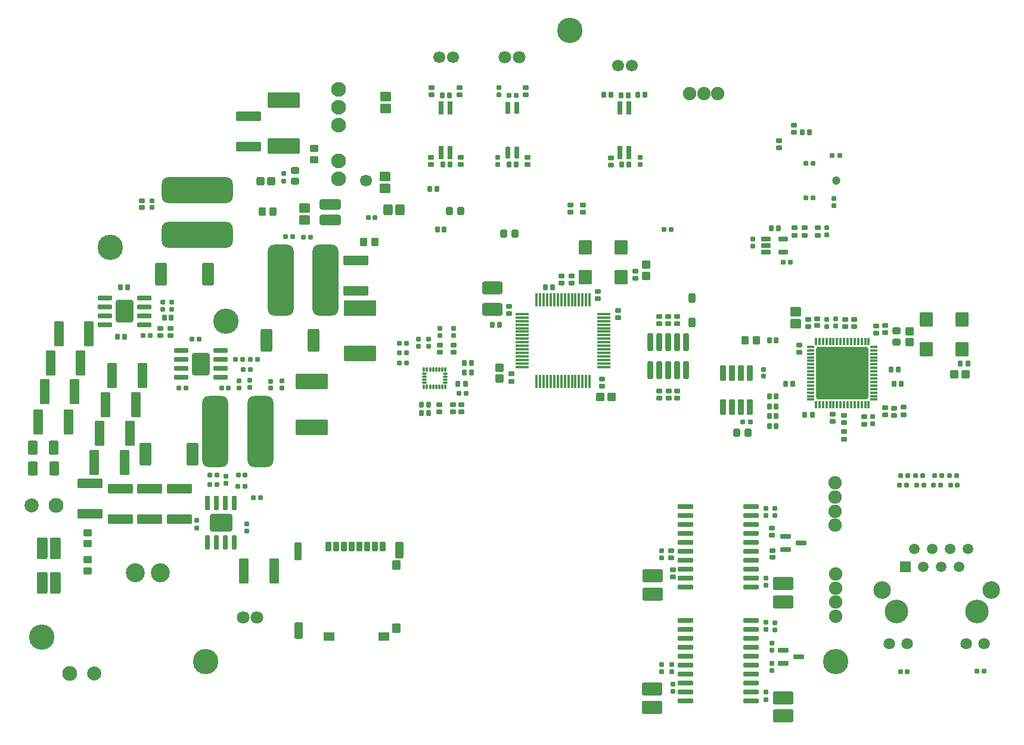
<source format=gts>
G04*
G04 #@! TF.GenerationSoftware,Altium Limited,Altium Designer,22.7.1 (60)*
G04*
G04 Layer_Color=8388736*
%FSLAX43Y43*%
%MOMM*%
G71*
G04*
G04 #@! TF.SameCoordinates,6218B3DD-F4BF-4AD2-B5C1-062D57A95E1A*
G04*
G04*
G04 #@! TF.FilePolarity,Negative*
G04*
G01*
G75*
G04:AMPARAMS|DCode=24|XSize=0.69mm|YSize=0.7mm|CornerRadius=0.124mm|HoleSize=0mm|Usage=FLASHONLY|Rotation=180.000|XOffset=0mm|YOffset=0mm|HoleType=Round|Shape=RoundedRectangle|*
%AMROUNDEDRECTD24*
21,1,0.690,0.453,0,0,180.0*
21,1,0.443,0.700,0,0,180.0*
1,1,0.248,-0.221,0.226*
1,1,0.248,0.221,0.226*
1,1,0.248,0.221,-0.226*
1,1,0.248,-0.221,-0.226*
%
%ADD24ROUNDEDRECTD24*%
G04:AMPARAMS|DCode=25|XSize=0.75mm|YSize=0.8mm|CornerRadius=0.131mm|HoleSize=0mm|Usage=FLASHONLY|Rotation=90.000|XOffset=0mm|YOffset=0mm|HoleType=Round|Shape=RoundedRectangle|*
%AMROUNDEDRECTD25*
21,1,0.750,0.538,0,0,90.0*
21,1,0.488,0.800,0,0,90.0*
1,1,0.263,0.269,0.244*
1,1,0.263,0.269,-0.244*
1,1,0.263,-0.269,-0.244*
1,1,0.263,-0.269,0.244*
%
%ADD25ROUNDEDRECTD25*%
G04:AMPARAMS|DCode=26|XSize=1.9mm|YSize=2.1mm|CornerRadius=0.275mm|HoleSize=0mm|Usage=FLASHONLY|Rotation=180.000|XOffset=0mm|YOffset=0mm|HoleType=Round|Shape=RoundedRectangle|*
%AMROUNDEDRECTD26*
21,1,1.900,1.550,0,0,180.0*
21,1,1.350,2.100,0,0,180.0*
1,1,0.550,-0.675,0.775*
1,1,0.550,0.675,0.775*
1,1,0.550,0.675,-0.775*
1,1,0.550,-0.675,-0.775*
%
%ADD26ROUNDEDRECTD26*%
G04:AMPARAMS|DCode=27|XSize=0.71mm|YSize=0.7mm|CornerRadius=0.125mm|HoleSize=0mm|Usage=FLASHONLY|Rotation=270.000|XOffset=0mm|YOffset=0mm|HoleType=Round|Shape=RoundedRectangle|*
%AMROUNDEDRECTD27*
21,1,0.710,0.450,0,0,270.0*
21,1,0.460,0.700,0,0,270.0*
1,1,0.250,-0.225,-0.230*
1,1,0.250,-0.225,0.230*
1,1,0.250,0.225,0.230*
1,1,0.250,0.225,-0.230*
%
%ADD27ROUNDEDRECTD27*%
G04:AMPARAMS|DCode=28|XSize=1.31mm|YSize=1.56mm|CornerRadius=0.201mm|HoleSize=0mm|Usage=FLASHONLY|Rotation=270.000|XOffset=0mm|YOffset=0mm|HoleType=Round|Shape=RoundedRectangle|*
%AMROUNDEDRECTD28*
21,1,1.310,1.158,0,0,270.0*
21,1,0.907,1.560,0,0,270.0*
1,1,0.403,-0.579,-0.454*
1,1,0.403,-0.579,0.454*
1,1,0.403,0.579,0.454*
1,1,0.403,0.579,-0.454*
%
%ADD28ROUNDEDRECTD28*%
G04:AMPARAMS|DCode=29|XSize=1.04mm|YSize=1.13mm|CornerRadius=0.168mm|HoleSize=0mm|Usage=FLASHONLY|Rotation=0.000|XOffset=0mm|YOffset=0mm|HoleType=Round|Shape=RoundedRectangle|*
%AMROUNDEDRECTD29*
21,1,1.040,0.795,0,0,0.0*
21,1,0.705,1.130,0,0,0.0*
1,1,0.335,0.353,-0.398*
1,1,0.335,-0.353,-0.398*
1,1,0.335,-0.353,0.398*
1,1,0.335,0.353,0.398*
%
%ADD29ROUNDEDRECTD29*%
G04:AMPARAMS|DCode=30|XSize=1.1mm|YSize=1.2mm|CornerRadius=0.175mm|HoleSize=0mm|Usage=FLASHONLY|Rotation=180.000|XOffset=0mm|YOffset=0mm|HoleType=Round|Shape=RoundedRectangle|*
%AMROUNDEDRECTD30*
21,1,1.100,0.850,0,0,180.0*
21,1,0.750,1.200,0,0,180.0*
1,1,0.350,-0.375,0.425*
1,1,0.350,0.375,0.425*
1,1,0.350,0.375,-0.425*
1,1,0.350,-0.375,-0.425*
%
%ADD30ROUNDEDRECTD30*%
G04:AMPARAMS|DCode=31|XSize=1.02mm|YSize=1.18mm|CornerRadius=0.165mm|HoleSize=0mm|Usage=FLASHONLY|Rotation=0.000|XOffset=0mm|YOffset=0mm|HoleType=Round|Shape=RoundedRectangle|*
%AMROUNDEDRECTD31*
21,1,1.020,0.850,0,0,0.0*
21,1,0.690,1.180,0,0,0.0*
1,1,0.330,0.345,-0.425*
1,1,0.330,-0.345,-0.425*
1,1,0.330,-0.345,0.425*
1,1,0.330,0.345,0.425*
%
%ADD31ROUNDEDRECTD31*%
G04:AMPARAMS|DCode=32|XSize=0.69mm|YSize=0.7mm|CornerRadius=0.124mm|HoleSize=0mm|Usage=FLASHONLY|Rotation=270.000|XOffset=0mm|YOffset=0mm|HoleType=Round|Shape=RoundedRectangle|*
%AMROUNDEDRECTD32*
21,1,0.690,0.453,0,0,270.0*
21,1,0.443,0.700,0,0,270.0*
1,1,0.248,-0.226,-0.221*
1,1,0.248,-0.226,0.221*
1,1,0.248,0.226,0.221*
1,1,0.248,0.226,-0.221*
%
%ADD32ROUNDEDRECTD32*%
G04:AMPARAMS|DCode=33|XSize=2.15mm|YSize=0.69mm|CornerRadius=0.124mm|HoleSize=0mm|Usage=FLASHONLY|Rotation=0.000|XOffset=0mm|YOffset=0mm|HoleType=Round|Shape=RoundedRectangle|*
%AMROUNDEDRECTD33*
21,1,2.150,0.443,0,0,0.0*
21,1,1.903,0.690,0,0,0.0*
1,1,0.248,0.951,-0.221*
1,1,0.248,-0.951,-0.221*
1,1,0.248,-0.951,0.221*
1,1,0.248,0.951,0.221*
%
%ADD33ROUNDEDRECTD33*%
G04:AMPARAMS|DCode=34|XSize=1.4mm|YSize=3.57mm|CornerRadius=0.213mm|HoleSize=0mm|Usage=FLASHONLY|Rotation=90.000|XOffset=0mm|YOffset=0mm|HoleType=Round|Shape=RoundedRectangle|*
%AMROUNDEDRECTD34*
21,1,1.400,3.145,0,0,90.0*
21,1,0.975,3.570,0,0,90.0*
1,1,0.425,1.573,0.488*
1,1,0.425,1.573,-0.488*
1,1,0.425,-1.573,-0.488*
1,1,0.425,-1.573,0.488*
%
%ADD34ROUNDEDRECTD34*%
G04:AMPARAMS|DCode=35|XSize=2.25mm|YSize=4.63mm|CornerRadius=0.319mm|HoleSize=0mm|Usage=FLASHONLY|Rotation=90.000|XOffset=0mm|YOffset=0mm|HoleType=Round|Shape=RoundedRectangle|*
%AMROUNDEDRECTD35*
21,1,2.250,3.993,0,0,90.0*
21,1,1.613,4.630,0,0,90.0*
1,1,0.638,1.996,0.806*
1,1,0.638,1.996,-0.806*
1,1,0.638,-1.996,-0.806*
1,1,0.638,-1.996,0.806*
%
%ADD35ROUNDEDRECTD35*%
G04:AMPARAMS|DCode=36|XSize=10.1mm|YSize=3.7mm|CornerRadius=0.95mm|HoleSize=0mm|Usage=FLASHONLY|Rotation=90.000|XOffset=0mm|YOffset=0mm|HoleType=Round|Shape=RoundedRectangle|*
%AMROUNDEDRECTD36*
21,1,10.100,1.800,0,0,90.0*
21,1,8.200,3.700,0,0,90.0*
1,1,1.900,0.900,4.100*
1,1,1.900,0.900,-4.100*
1,1,1.900,-0.900,-4.100*
1,1,1.900,-0.900,4.100*
%
%ADD36ROUNDEDRECTD36*%
G04:AMPARAMS|DCode=37|XSize=0.78mm|YSize=2.27mm|CornerRadius=0.135mm|HoleSize=0mm|Usage=FLASHONLY|Rotation=0.000|XOffset=0mm|YOffset=0mm|HoleType=Round|Shape=RoundedRectangle|*
%AMROUNDEDRECTD37*
21,1,0.780,2.000,0,0,0.0*
21,1,0.510,2.270,0,0,0.0*
1,1,0.270,0.255,-1.000*
1,1,0.270,-0.255,-1.000*
1,1,0.270,-0.255,1.000*
1,1,0.270,0.255,1.000*
%
%ADD37ROUNDEDRECTD37*%
G04:AMPARAMS|DCode=38|XSize=0.75mm|YSize=0.8mm|CornerRadius=0.131mm|HoleSize=0mm|Usage=FLASHONLY|Rotation=0.000|XOffset=0mm|YOffset=0mm|HoleType=Round|Shape=RoundedRectangle|*
%AMROUNDEDRECTD38*
21,1,0.750,0.538,0,0,0.0*
21,1,0.488,0.800,0,0,0.0*
1,1,0.263,0.244,-0.269*
1,1,0.263,-0.244,-0.269*
1,1,0.263,-0.244,0.269*
1,1,0.263,0.244,0.269*
%
%ADD38ROUNDEDRECTD38*%
G04:AMPARAMS|DCode=39|XSize=1.2mm|YSize=1.2mm|CornerRadius=0.188mm|HoleSize=0mm|Usage=FLASHONLY|Rotation=0.000|XOffset=0mm|YOffset=0mm|HoleType=Round|Shape=RoundedRectangle|*
%AMROUNDEDRECTD39*
21,1,1.200,0.825,0,0,0.0*
21,1,0.825,1.200,0,0,0.0*
1,1,0.375,0.413,-0.413*
1,1,0.375,-0.413,-0.413*
1,1,0.375,-0.413,0.413*
1,1,0.375,0.413,0.413*
%
%ADD39ROUNDEDRECTD39*%
G04:AMPARAMS|DCode=40|XSize=1.05mm|YSize=0.4mm|CornerRadius=0.088mm|HoleSize=0mm|Usage=FLASHONLY|Rotation=180.000|XOffset=0mm|YOffset=0mm|HoleType=Round|Shape=RoundedRectangle|*
%AMROUNDEDRECTD40*
21,1,1.050,0.225,0,0,180.0*
21,1,0.875,0.400,0,0,180.0*
1,1,0.175,-0.438,0.113*
1,1,0.175,0.438,0.113*
1,1,0.175,0.438,-0.113*
1,1,0.175,-0.438,-0.113*
%
%ADD40ROUNDEDRECTD40*%
G04:AMPARAMS|DCode=41|XSize=7.4mm|YSize=7.4mm|CornerRadius=0.233mm|HoleSize=0mm|Usage=FLASHONLY|Rotation=270.000|XOffset=0mm|YOffset=0mm|HoleType=Round|Shape=RoundedRectangle|*
%AMROUNDEDRECTD41*
21,1,7.400,6.935,0,0,270.0*
21,1,6.935,7.400,0,0,270.0*
1,1,0.465,-3.468,-3.468*
1,1,0.465,-3.468,3.468*
1,1,0.465,3.468,3.468*
1,1,0.465,3.468,-3.468*
%
%ADD41ROUNDEDRECTD41*%
G04:AMPARAMS|DCode=42|XSize=1.05mm|YSize=0.4mm|CornerRadius=0.088mm|HoleSize=0mm|Usage=FLASHONLY|Rotation=90.000|XOffset=0mm|YOffset=0mm|HoleType=Round|Shape=RoundedRectangle|*
%AMROUNDEDRECTD42*
21,1,1.050,0.225,0,0,90.0*
21,1,0.875,0.400,0,0,90.0*
1,1,0.175,0.113,0.438*
1,1,0.175,0.113,-0.438*
1,1,0.175,-0.113,-0.438*
1,1,0.175,-0.113,0.438*
%
%ADD42ROUNDEDRECTD42*%
G04:AMPARAMS|DCode=43|XSize=0.71mm|YSize=0.7mm|CornerRadius=0.125mm|HoleSize=0mm|Usage=FLASHONLY|Rotation=0.000|XOffset=0mm|YOffset=0mm|HoleType=Round|Shape=RoundedRectangle|*
%AMROUNDEDRECTD43*
21,1,0.710,0.450,0,0,0.0*
21,1,0.460,0.700,0,0,0.0*
1,1,0.250,0.230,-0.225*
1,1,0.250,-0.230,-0.225*
1,1,0.250,-0.230,0.225*
1,1,0.250,0.230,0.225*
%
%ADD43ROUNDEDRECTD43*%
G04:AMPARAMS|DCode=44|XSize=1.31mm|YSize=1.56mm|CornerRadius=0.201mm|HoleSize=0mm|Usage=FLASHONLY|Rotation=180.000|XOffset=0mm|YOffset=0mm|HoleType=Round|Shape=RoundedRectangle|*
%AMROUNDEDRECTD44*
21,1,1.310,1.158,0,0,180.0*
21,1,0.907,1.560,0,0,180.0*
1,1,0.403,-0.454,0.579*
1,1,0.403,0.454,0.579*
1,1,0.403,0.454,-0.579*
1,1,0.403,-0.454,-0.579*
%
%ADD44ROUNDEDRECTD44*%
G04:AMPARAMS|DCode=45|XSize=0.71mm|YSize=2.01mm|CornerRadius=0.126mm|HoleSize=0mm|Usage=FLASHONLY|Rotation=270.000|XOffset=0mm|YOffset=0mm|HoleType=Round|Shape=RoundedRectangle|*
%AMROUNDEDRECTD45*
21,1,0.710,1.758,0,0,270.0*
21,1,0.458,2.010,0,0,270.0*
1,1,0.253,-0.879,-0.229*
1,1,0.253,-0.879,0.229*
1,1,0.253,0.879,0.229*
1,1,0.253,0.879,-0.229*
%
%ADD45ROUNDEDRECTD45*%
G04:AMPARAMS|DCode=46|XSize=3.2mm|YSize=2.51mm|CornerRadius=0.351mm|HoleSize=0mm|Usage=FLASHONLY|Rotation=270.000|XOffset=0mm|YOffset=0mm|HoleType=Round|Shape=RoundedRectangle|*
%AMROUNDEDRECTD46*
21,1,3.200,1.808,0,0,270.0*
21,1,2.498,2.510,0,0,270.0*
1,1,0.703,-0.904,-1.249*
1,1,0.703,-0.904,1.249*
1,1,0.703,0.904,1.249*
1,1,0.703,0.904,-1.249*
%
%ADD46ROUNDEDRECTD46*%
G04:AMPARAMS|DCode=47|XSize=1.86mm|YSize=2.92mm|CornerRadius=0.27mm|HoleSize=0mm|Usage=FLASHONLY|Rotation=90.000|XOffset=0mm|YOffset=0mm|HoleType=Round|Shape=RoundedRectangle|*
%AMROUNDEDRECTD47*
21,1,1.860,2.380,0,0,90.0*
21,1,1.320,2.920,0,0,90.0*
1,1,0.540,1.190,0.660*
1,1,0.540,1.190,-0.660*
1,1,0.540,-1.190,-0.660*
1,1,0.540,-1.190,0.660*
%
%ADD47ROUNDEDRECTD47*%
G04:AMPARAMS|DCode=48|XSize=0.75mm|YSize=1.9mm|CornerRadius=0.131mm|HoleSize=0mm|Usage=FLASHONLY|Rotation=0.000|XOffset=0mm|YOffset=0mm|HoleType=Round|Shape=RoundedRectangle|*
%AMROUNDEDRECTD48*
21,1,0.750,1.638,0,0,0.0*
21,1,0.488,1.900,0,0,0.0*
1,1,0.263,0.244,-0.819*
1,1,0.263,-0.244,-0.819*
1,1,0.263,-0.244,0.819*
1,1,0.263,0.244,0.819*
%
%ADD48ROUNDEDRECTD48*%
G04:AMPARAMS|DCode=49|XSize=0.8mm|YSize=2.6mm|CornerRadius=0.225mm|HoleSize=0mm|Usage=FLASHONLY|Rotation=180.000|XOffset=0mm|YOffset=0mm|HoleType=Round|Shape=RoundedRectangle|*
%AMROUNDEDRECTD49*
21,1,0.800,2.150,0,0,180.0*
21,1,0.350,2.600,0,0,180.0*
1,1,0.450,-0.175,1.075*
1,1,0.450,0.175,1.075*
1,1,0.450,0.175,-1.075*
1,1,0.450,-0.175,-1.075*
%
%ADD49ROUNDEDRECTD49*%
G04:AMPARAMS|DCode=50|XSize=1.2mm|YSize=1.2mm|CornerRadius=0.188mm|HoleSize=0mm|Usage=FLASHONLY|Rotation=270.000|XOffset=0mm|YOffset=0mm|HoleType=Round|Shape=RoundedRectangle|*
%AMROUNDEDRECTD50*
21,1,1.200,0.825,0,0,270.0*
21,1,0.825,1.200,0,0,270.0*
1,1,0.375,-0.413,-0.413*
1,1,0.375,-0.413,0.413*
1,1,0.375,0.413,0.413*
1,1,0.375,0.413,-0.413*
%
%ADD50ROUNDEDRECTD50*%
G04:AMPARAMS|DCode=51|XSize=1.8mm|YSize=2.9mm|CornerRadius=0.263mm|HoleSize=0mm|Usage=FLASHONLY|Rotation=270.000|XOffset=0mm|YOffset=0mm|HoleType=Round|Shape=RoundedRectangle|*
%AMROUNDEDRECTD51*
21,1,1.800,2.375,0,0,270.0*
21,1,1.275,2.900,0,0,270.0*
1,1,0.525,-1.188,-0.638*
1,1,0.525,-1.188,0.638*
1,1,0.525,1.188,0.638*
1,1,0.525,1.188,-0.638*
%
%ADD51ROUNDEDRECTD51*%
G04:AMPARAMS|DCode=52|XSize=0.75mm|YSize=1.45mm|CornerRadius=0.131mm|HoleSize=0mm|Usage=FLASHONLY|Rotation=90.000|XOffset=0mm|YOffset=0mm|HoleType=Round|Shape=RoundedRectangle|*
%AMROUNDEDRECTD52*
21,1,0.750,1.188,0,0,90.0*
21,1,0.488,1.450,0,0,90.0*
1,1,0.263,0.594,0.244*
1,1,0.263,0.594,-0.244*
1,1,0.263,-0.594,-0.244*
1,1,0.263,-0.594,0.244*
%
%ADD52ROUNDEDRECTD52*%
G04:AMPARAMS|DCode=53|XSize=1mm|YSize=1.4mm|CornerRadius=0.275mm|HoleSize=0mm|Usage=FLASHONLY|Rotation=180.000|XOffset=0mm|YOffset=0mm|HoleType=Round|Shape=RoundedRectangle|*
%AMROUNDEDRECTD53*
21,1,1.000,0.850,0,0,180.0*
21,1,0.450,1.400,0,0,180.0*
1,1,0.550,-0.225,0.425*
1,1,0.550,0.225,0.425*
1,1,0.550,0.225,-0.425*
1,1,0.550,-0.225,-0.425*
%
%ADD53ROUNDEDRECTD53*%
G04:AMPARAMS|DCode=54|XSize=10.1mm|YSize=3.7mm|CornerRadius=0.95mm|HoleSize=0mm|Usage=FLASHONLY|Rotation=180.000|XOffset=0mm|YOffset=0mm|HoleType=Round|Shape=RoundedRectangle|*
%AMROUNDEDRECTD54*
21,1,10.100,1.800,0,0,180.0*
21,1,8.200,3.700,0,0,180.0*
1,1,1.900,-4.100,0.900*
1,1,1.900,4.100,0.900*
1,1,1.900,4.100,-0.900*
1,1,1.900,-4.100,-0.900*
%
%ADD54ROUNDEDRECTD54*%
G04:AMPARAMS|DCode=55|XSize=1.5mm|YSize=3.1mm|CornerRadius=0.225mm|HoleSize=0mm|Usage=FLASHONLY|Rotation=180.000|XOffset=0mm|YOffset=0mm|HoleType=Round|Shape=RoundedRectangle|*
%AMROUNDEDRECTD55*
21,1,1.500,2.650,0,0,180.0*
21,1,1.050,3.100,0,0,180.0*
1,1,0.450,-0.525,1.325*
1,1,0.450,0.525,1.325*
1,1,0.450,0.525,-1.325*
1,1,0.450,-0.525,-1.325*
%
%ADD55ROUNDEDRECTD55*%
G04:AMPARAMS|DCode=56|XSize=3.24mm|YSize=1.64mm|CornerRadius=0.242mm|HoleSize=0mm|Usage=FLASHONLY|Rotation=90.000|XOffset=0mm|YOffset=0mm|HoleType=Round|Shape=RoundedRectangle|*
%AMROUNDEDRECTD56*
21,1,3.240,1.155,0,0,90.0*
21,1,2.755,1.640,0,0,90.0*
1,1,0.485,0.578,1.378*
1,1,0.485,0.578,-1.378*
1,1,0.485,-0.578,-1.378*
1,1,0.485,-0.578,1.378*
%
%ADD56ROUNDEDRECTD56*%
G04:AMPARAMS|DCode=57|XSize=1.02mm|YSize=1.18mm|CornerRadius=0.165mm|HoleSize=0mm|Usage=FLASHONLY|Rotation=90.000|XOffset=0mm|YOffset=0mm|HoleType=Round|Shape=RoundedRectangle|*
%AMROUNDEDRECTD57*
21,1,1.020,0.850,0,0,90.0*
21,1,0.690,1.180,0,0,90.0*
1,1,0.330,0.425,0.345*
1,1,0.330,0.425,-0.345*
1,1,0.330,-0.425,-0.345*
1,1,0.330,-0.425,0.345*
%
%ADD57ROUNDEDRECTD57*%
G04:AMPARAMS|DCode=58|XSize=1.15mm|YSize=1.17mm|CornerRadius=0.181mm|HoleSize=0mm|Usage=FLASHONLY|Rotation=0.000|XOffset=0mm|YOffset=0mm|HoleType=Round|Shape=RoundedRectangle|*
%AMROUNDEDRECTD58*
21,1,1.150,0.807,0,0,0.0*
21,1,0.788,1.170,0,0,0.0*
1,1,0.363,0.394,-0.404*
1,1,0.363,-0.394,-0.404*
1,1,0.363,-0.394,0.404*
1,1,0.363,0.394,0.404*
%
%ADD58ROUNDEDRECTD58*%
G04:AMPARAMS|DCode=59|XSize=0.4mm|YSize=1.9mm|CornerRadius=0.088mm|HoleSize=0mm|Usage=FLASHONLY|Rotation=0.000|XOffset=0mm|YOffset=0mm|HoleType=Round|Shape=RoundedRectangle|*
%AMROUNDEDRECTD59*
21,1,0.400,1.725,0,0,0.0*
21,1,0.225,1.900,0,0,0.0*
1,1,0.175,0.113,-0.863*
1,1,0.175,-0.113,-0.863*
1,1,0.175,-0.113,0.863*
1,1,0.175,0.113,0.863*
%
%ADD59ROUNDEDRECTD59*%
G04:AMPARAMS|DCode=60|XSize=0.4mm|YSize=1.9mm|CornerRadius=0.088mm|HoleSize=0mm|Usage=FLASHONLY|Rotation=270.000|XOffset=0mm|YOffset=0mm|HoleType=Round|Shape=RoundedRectangle|*
%AMROUNDEDRECTD60*
21,1,0.400,1.725,0,0,270.0*
21,1,0.225,1.900,0,0,270.0*
1,1,0.175,-0.863,-0.113*
1,1,0.175,-0.863,0.113*
1,1,0.175,0.863,0.113*
1,1,0.175,0.863,-0.113*
%
%ADD60ROUNDEDRECTD60*%
G04:AMPARAMS|DCode=61|XSize=3.1mm|YSize=1.5mm|CornerRadius=0.4mm|HoleSize=0mm|Usage=FLASHONLY|Rotation=0.000|XOffset=0mm|YOffset=0mm|HoleType=Round|Shape=RoundedRectangle|*
%AMROUNDEDRECTD61*
21,1,3.100,0.700,0,0,0.0*
21,1,2.300,1.500,0,0,0.0*
1,1,0.800,1.150,-0.350*
1,1,0.800,-1.150,-0.350*
1,1,0.800,-1.150,0.350*
1,1,0.800,1.150,0.350*
%
%ADD61ROUNDEDRECTD61*%
G04:AMPARAMS|DCode=62|XSize=0.63mm|YSize=0.38mm|CornerRadius=0.085mm|HoleSize=0mm|Usage=FLASHONLY|Rotation=270.000|XOffset=0mm|YOffset=0mm|HoleType=Round|Shape=RoundedRectangle|*
%AMROUNDEDRECTD62*
21,1,0.630,0.210,0,0,270.0*
21,1,0.460,0.380,0,0,270.0*
1,1,0.170,-0.105,-0.230*
1,1,0.170,-0.105,0.230*
1,1,0.170,0.105,0.230*
1,1,0.170,0.105,-0.230*
%
%ADD62ROUNDEDRECTD62*%
G04:AMPARAMS|DCode=63|XSize=0.63mm|YSize=0.38mm|CornerRadius=0.085mm|HoleSize=0mm|Usage=FLASHONLY|Rotation=0.000|XOffset=0mm|YOffset=0mm|HoleType=Round|Shape=RoundedRectangle|*
%AMROUNDEDRECTD63*
21,1,0.630,0.210,0,0,0.0*
21,1,0.460,0.380,0,0,0.0*
1,1,0.170,0.230,-0.105*
1,1,0.170,-0.230,-0.105*
1,1,0.170,-0.230,0.105*
1,1,0.170,0.230,0.105*
%
%ADD63ROUNDEDRECTD63*%
G04:AMPARAMS|DCode=64|XSize=1.38mm|YSize=1.97mm|CornerRadius=0.21mm|HoleSize=0mm|Usage=FLASHONLY|Rotation=0.000|XOffset=0mm|YOffset=0mm|HoleType=Round|Shape=RoundedRectangle|*
%AMROUNDEDRECTD64*
21,1,1.380,1.550,0,0,0.0*
21,1,0.960,1.970,0,0,0.0*
1,1,0.420,0.480,-0.775*
1,1,0.420,-0.480,-0.775*
1,1,0.420,-0.480,0.775*
1,1,0.420,0.480,0.775*
%
%ADD64ROUNDEDRECTD64*%
G04:AMPARAMS|DCode=65|XSize=1.1mm|YSize=1.2mm|CornerRadius=0.175mm|HoleSize=0mm|Usage=FLASHONLY|Rotation=90.000|XOffset=0mm|YOffset=0mm|HoleType=Round|Shape=RoundedRectangle|*
%AMROUNDEDRECTD65*
21,1,1.100,0.850,0,0,90.0*
21,1,0.750,1.200,0,0,90.0*
1,1,0.350,0.425,0.375*
1,1,0.350,0.425,-0.375*
1,1,0.350,-0.425,-0.375*
1,1,0.350,-0.425,0.375*
%
%ADD65ROUNDEDRECTD65*%
G04:AMPARAMS|DCode=66|XSize=1.4mm|YSize=3.57mm|CornerRadius=0.213mm|HoleSize=0mm|Usage=FLASHONLY|Rotation=0.000|XOffset=0mm|YOffset=0mm|HoleType=Round|Shape=RoundedRectangle|*
%AMROUNDEDRECTD66*
21,1,1.400,3.145,0,0,0.0*
21,1,0.975,3.570,0,0,0.0*
1,1,0.425,0.488,-1.573*
1,1,0.425,-0.488,-1.573*
1,1,0.425,-0.488,1.573*
1,1,0.425,0.488,1.573*
%
%ADD66ROUNDEDRECTD66*%
G04:AMPARAMS|DCode=67|XSize=0.71mm|YSize=2.01mm|CornerRadius=0.126mm|HoleSize=0mm|Usage=FLASHONLY|Rotation=0.000|XOffset=0mm|YOffset=0mm|HoleType=Round|Shape=RoundedRectangle|*
%AMROUNDEDRECTD67*
21,1,0.710,1.758,0,0,0.0*
21,1,0.458,2.010,0,0,0.0*
1,1,0.253,0.229,-0.879*
1,1,0.253,-0.229,-0.879*
1,1,0.253,-0.229,0.879*
1,1,0.253,0.229,0.879*
%
%ADD67ROUNDEDRECTD67*%
G04:AMPARAMS|DCode=68|XSize=3.2mm|YSize=2.51mm|CornerRadius=0.351mm|HoleSize=0mm|Usage=FLASHONLY|Rotation=0.000|XOffset=0mm|YOffset=0mm|HoleType=Round|Shape=RoundedRectangle|*
%AMROUNDEDRECTD68*
21,1,3.200,1.808,0,0,0.0*
21,1,2.498,2.510,0,0,0.0*
1,1,0.703,1.249,-0.904*
1,1,0.703,-1.249,-0.904*
1,1,0.703,-1.249,0.904*
1,1,0.703,1.249,0.904*
%
%ADD68ROUNDEDRECTD68*%
G04:AMPARAMS|DCode=69|XSize=1.04mm|YSize=1.13mm|CornerRadius=0.168mm|HoleSize=0mm|Usage=FLASHONLY|Rotation=270.000|XOffset=0mm|YOffset=0mm|HoleType=Round|Shape=RoundedRectangle|*
%AMROUNDEDRECTD69*
21,1,1.040,0.795,0,0,270.0*
21,1,0.705,1.130,0,0,270.0*
1,1,0.335,-0.398,-0.353*
1,1,0.335,-0.398,0.353*
1,1,0.335,0.398,0.353*
1,1,0.335,0.398,-0.353*
%
%ADD69ROUNDEDRECTD69*%
G04:AMPARAMS|DCode=70|XSize=0.71mm|YSize=1.62mm|CornerRadius=0.126mm|HoleSize=0mm|Usage=FLASHONLY|Rotation=0.000|XOffset=0mm|YOffset=0mm|HoleType=Round|Shape=RoundedRectangle|*
%AMROUNDEDRECTD70*
21,1,0.710,1.368,0,0,0.0*
21,1,0.458,1.620,0,0,0.0*
1,1,0.253,0.229,-0.684*
1,1,0.253,-0.229,-0.684*
1,1,0.253,-0.229,0.684*
1,1,0.253,0.229,0.684*
%
%ADD70ROUNDEDRECTD70*%
G04:AMPARAMS|DCode=71|XSize=0.71mm|YSize=1.36mm|CornerRadius=0.126mm|HoleSize=0mm|Usage=FLASHONLY|Rotation=90.000|XOffset=0mm|YOffset=0mm|HoleType=Round|Shape=RoundedRectangle|*
%AMROUNDEDRECTD71*
21,1,0.710,1.108,0,0,90.0*
21,1,0.458,1.360,0,0,90.0*
1,1,0.253,0.554,0.229*
1,1,0.253,0.554,-0.229*
1,1,0.253,-0.554,-0.229*
1,1,0.253,-0.554,0.229*
%
%ADD71ROUNDEDRECTD71*%
G04:AMPARAMS|DCode=72|XSize=1.15mm|YSize=1.17mm|CornerRadius=0.181mm|HoleSize=0mm|Usage=FLASHONLY|Rotation=90.000|XOffset=0mm|YOffset=0mm|HoleType=Round|Shape=RoundedRectangle|*
%AMROUNDEDRECTD72*
21,1,1.150,0.807,0,0,90.0*
21,1,0.788,1.170,0,0,90.0*
1,1,0.363,0.404,0.394*
1,1,0.363,0.404,-0.394*
1,1,0.363,-0.404,-0.394*
1,1,0.363,-0.404,0.394*
%
%ADD72ROUNDEDRECTD72*%
G04:AMPARAMS|DCode=73|XSize=0.9mm|YSize=1.34mm|CornerRadius=0.15mm|HoleSize=0mm|Usage=FLASHONLY|Rotation=0.000|XOffset=0mm|YOffset=0mm|HoleType=Round|Shape=RoundedRectangle|*
%AMROUNDEDRECTD73*
21,1,0.900,1.040,0,0,0.0*
21,1,0.600,1.340,0,0,0.0*
1,1,0.300,0.300,-0.520*
1,1,0.300,-0.300,-0.520*
1,1,0.300,-0.300,0.520*
1,1,0.300,0.300,0.520*
%
%ADD73ROUNDEDRECTD73*%
G04:AMPARAMS|DCode=74|XSize=1.05mm|YSize=2.6mm|CornerRadius=0.169mm|HoleSize=0mm|Usage=FLASHONLY|Rotation=0.000|XOffset=0mm|YOffset=0mm|HoleType=Round|Shape=RoundedRectangle|*
%AMROUNDEDRECTD74*
21,1,1.050,2.263,0,0,0.0*
21,1,0.713,2.600,0,0,0.0*
1,1,0.338,0.356,-1.131*
1,1,0.338,-0.356,-1.131*
1,1,0.338,-0.356,1.131*
1,1,0.338,0.356,1.131*
%
%ADD74ROUNDEDRECTD74*%
G04:AMPARAMS|DCode=75|XSize=1.25mm|YSize=2.3mm|CornerRadius=0.194mm|HoleSize=0mm|Usage=FLASHONLY|Rotation=0.000|XOffset=0mm|YOffset=0mm|HoleType=Round|Shape=RoundedRectangle|*
%AMROUNDEDRECTD75*
21,1,1.250,1.913,0,0,0.0*
21,1,0.863,2.300,0,0,0.0*
1,1,0.388,0.431,-0.956*
1,1,0.388,-0.431,-0.956*
1,1,0.388,-0.431,0.956*
1,1,0.388,0.431,0.956*
%
%ADD75ROUNDEDRECTD75*%
G04:AMPARAMS|DCode=76|XSize=1.26mm|YSize=1.35mm|CornerRadius=0.195mm|HoleSize=0mm|Usage=FLASHONLY|Rotation=0.000|XOffset=0mm|YOffset=0mm|HoleType=Round|Shape=RoundedRectangle|*
%AMROUNDEDRECTD76*
21,1,1.260,0.960,0,0,0.0*
21,1,0.870,1.350,0,0,0.0*
1,1,0.390,0.435,-0.480*
1,1,0.390,-0.435,-0.480*
1,1,0.390,-0.435,0.480*
1,1,0.390,0.435,0.480*
%
%ADD76ROUNDEDRECTD76*%
G04:AMPARAMS|DCode=77|XSize=1.26mm|YSize=1.3mm|CornerRadius=0.195mm|HoleSize=0mm|Usage=FLASHONLY|Rotation=0.000|XOffset=0mm|YOffset=0mm|HoleType=Round|Shape=RoundedRectangle|*
%AMROUNDEDRECTD77*
21,1,1.260,0.910,0,0,0.0*
21,1,0.870,1.300,0,0,0.0*
1,1,0.390,0.435,-0.455*
1,1,0.390,-0.435,-0.455*
1,1,0.390,-0.435,0.455*
1,1,0.390,0.435,0.455*
%
%ADD77ROUNDEDRECTD77*%
G04:AMPARAMS|DCode=78|XSize=1.6mm|YSize=1.25mm|CornerRadius=0.194mm|HoleSize=0mm|Usage=FLASHONLY|Rotation=0.000|XOffset=0mm|YOffset=0mm|HoleType=Round|Shape=RoundedRectangle|*
%AMROUNDEDRECTD78*
21,1,1.600,0.863,0,0,0.0*
21,1,1.212,1.250,0,0,0.0*
1,1,0.388,0.606,-0.431*
1,1,0.388,-0.606,-0.431*
1,1,0.388,-0.606,0.431*
1,1,0.388,0.606,0.431*
%
%ADD78ROUNDEDRECTD78*%
%ADD79C,1.700*%
%ADD80C,1.200*%
%ADD81C,2.100*%
%ADD82C,2.700*%
%ADD83C,0.100*%
%ADD84C,3.600*%
%ADD85C,1.800*%
%ADD86C,1.900*%
%ADD87C,2.000*%
%ADD88C,2.103*%
%ADD89C,3.350*%
%ADD90R,1.498X1.498*%
%ADD91C,2.500*%
%ADD92C,1.498*%
%ADD93C,1.630*%
D24*
X127175Y36520D02*
D03*
X128200D02*
D03*
X126100Y36520D02*
D03*
X125075D02*
D03*
X121290D02*
D03*
X120265D02*
D03*
X122380Y36520D02*
D03*
X123405D02*
D03*
X98895Y44149D02*
D03*
X97870D02*
D03*
X28918Y53030D02*
D03*
X27893D02*
D03*
X25793Y53029D02*
D03*
X26818D02*
D03*
X20650Y55920D02*
D03*
X19625D02*
D03*
X22113Y35258D02*
D03*
X23138D02*
D03*
X22113Y36558D02*
D03*
X23138D02*
D03*
X64600Y90555D02*
D03*
X65625D02*
D03*
X106818Y75943D02*
D03*
X107843D02*
D03*
X106834Y80837D02*
D03*
X107859Y80837D02*
D03*
X103617Y66800D02*
D03*
X104642D02*
D03*
X111593Y81974D02*
D03*
X110568D02*
D03*
D25*
X118074Y46203D02*
D03*
Y45178D02*
D03*
X119363Y45051D02*
D03*
Y46051D02*
D03*
X115060Y43828D02*
D03*
Y44853D02*
D03*
X112389Y58690D02*
D03*
Y57665D02*
D03*
X108438Y57822D02*
D03*
X108438Y58822D02*
D03*
X113630Y57675D02*
D03*
Y58700D02*
D03*
X105905Y55075D02*
D03*
Y54050D02*
D03*
X118075Y57875D02*
D03*
Y56875D02*
D03*
X120654Y46211D02*
D03*
Y45186D02*
D03*
X112234Y44061D02*
D03*
Y45061D02*
D03*
X110621Y45211D02*
D03*
Y44186D02*
D03*
X112260Y42740D02*
D03*
Y41715D02*
D03*
X107105Y58700D02*
D03*
Y57675D02*
D03*
X12525Y74575D02*
D03*
Y75575D02*
D03*
X16588Y57413D02*
D03*
X88541Y58088D02*
D03*
Y59088D02*
D03*
X88541Y47533D02*
D03*
X88541Y48533D02*
D03*
X87271Y58088D02*
D03*
Y59088D02*
D03*
X87291Y47533D02*
D03*
Y48533D02*
D03*
X85971Y58088D02*
D03*
Y59088D02*
D03*
X85991Y47533D02*
D03*
Y48533D02*
D03*
X82626Y64559D02*
D03*
Y65584D02*
D03*
X73325Y73950D02*
D03*
X73325Y74950D02*
D03*
X75125Y74950D02*
D03*
Y73950D02*
D03*
X16588Y56413D02*
D03*
X67300Y80750D02*
D03*
Y81750D02*
D03*
X57815D02*
D03*
Y80750D02*
D03*
X57640Y90650D02*
D03*
Y91650D02*
D03*
X53640Y90650D02*
D03*
Y91650D02*
D03*
X102025Y24872D02*
D03*
Y25872D02*
D03*
X87697Y24833D02*
D03*
Y25858D02*
D03*
X101991Y29035D02*
D03*
Y28035D02*
D03*
X87886Y23120D02*
D03*
Y22095D02*
D03*
X15113Y57413D02*
D03*
Y56413D02*
D03*
X103000Y84100D02*
D03*
Y83075D02*
D03*
X105080Y85275D02*
D03*
Y86300D02*
D03*
X53570Y80700D02*
D03*
Y81725D02*
D03*
X56730Y54049D02*
D03*
X56730Y55049D02*
D03*
X79155Y80600D02*
D03*
Y81625D02*
D03*
X54740Y46599D02*
D03*
Y45574D02*
D03*
X56665Y45549D02*
D03*
Y46574D02*
D03*
X57850Y46574D02*
D03*
Y45549D02*
D03*
X54795Y54049D02*
D03*
X54795Y55049D02*
D03*
X67025Y90650D02*
D03*
X67025Y91650D02*
D03*
X64655Y59525D02*
D03*
Y60550D02*
D03*
X64995Y49925D02*
D03*
Y50950D02*
D03*
X77836Y49171D02*
D03*
Y50196D02*
D03*
X80120Y60000D02*
D03*
Y58975D02*
D03*
X77216Y61663D02*
D03*
Y62688D02*
D03*
X73505Y63875D02*
D03*
Y64900D02*
D03*
X72101Y63871D02*
D03*
Y64871D02*
D03*
X116755Y56725D02*
D03*
Y57750D02*
D03*
X106620Y70675D02*
D03*
Y71700D02*
D03*
X108520Y70675D02*
D03*
Y71700D02*
D03*
X105193Y71700D02*
D03*
Y70675D02*
D03*
D26*
X129005Y54500D02*
D03*
Y58700D02*
D03*
X123925Y58700D02*
D03*
X123925Y54500D02*
D03*
X75516Y64725D02*
D03*
Y68925D02*
D03*
X80596Y68925D02*
D03*
X80596Y64725D02*
D03*
D27*
X111059Y58790D02*
D03*
Y57790D02*
D03*
X100800Y50618D02*
D03*
Y51618D02*
D03*
X53220Y54924D02*
D03*
X53220Y55924D02*
D03*
X51770Y54924D02*
D03*
X51770Y55924D02*
D03*
X54783Y57399D02*
D03*
Y56399D02*
D03*
X56730Y57399D02*
D03*
Y56399D02*
D03*
X83300Y80750D02*
D03*
Y81750D02*
D03*
X26318Y49000D02*
D03*
Y50000D02*
D03*
X27818Y50050D02*
D03*
Y49050D02*
D03*
X13925Y74575D02*
D03*
Y75575D02*
D03*
X27362Y29650D02*
D03*
Y28650D02*
D03*
X24456Y36403D02*
D03*
Y35403D02*
D03*
X30805Y48925D02*
D03*
Y49925D02*
D03*
X32351Y48950D02*
D03*
X32351Y49950D02*
D03*
X63225Y91625D02*
D03*
Y90625D02*
D03*
X101988Y8845D02*
D03*
Y9845D02*
D03*
X102013Y11745D02*
D03*
Y12745D02*
D03*
D28*
X105373Y58100D02*
D03*
Y59790D02*
D03*
X35605Y72838D02*
D03*
Y74528D02*
D03*
X47144Y90370D02*
D03*
Y88680D02*
D03*
X46999Y78990D02*
D03*
Y77300D02*
D03*
D29*
X98600Y42615D02*
D03*
X97000Y42615D02*
D03*
X56143Y74100D02*
D03*
X57743Y74100D02*
D03*
X63850Y70921D02*
D03*
X65450Y70921D02*
D03*
D30*
X99780Y55700D02*
D03*
X98180Y55700D02*
D03*
D31*
X45584Y69730D02*
D03*
X43984Y69730D02*
D03*
X31150Y74046D02*
D03*
X29550D02*
D03*
D32*
X102364Y30802D02*
D03*
Y31827D02*
D03*
X101125Y5737D02*
D03*
Y4712D02*
D03*
X102364Y14602D02*
D03*
Y15627D02*
D03*
X101125Y15652D02*
D03*
Y14627D02*
D03*
X109743Y58672D02*
D03*
Y57647D02*
D03*
X101125Y31852D02*
D03*
Y30827D02*
D03*
X86332Y24808D02*
D03*
Y25833D02*
D03*
X87945Y6895D02*
D03*
Y5870D02*
D03*
X101125Y21957D02*
D03*
Y20932D02*
D03*
X15455Y61185D02*
D03*
Y60160D02*
D03*
X16680Y61185D02*
D03*
Y60160D02*
D03*
X20293Y30128D02*
D03*
Y29103D02*
D03*
X32620Y78376D02*
D03*
Y79401D02*
D03*
X99249Y70125D02*
D03*
Y69100D02*
D03*
X63013Y81725D02*
D03*
Y80700D02*
D03*
X110800Y74897D02*
D03*
Y75922D02*
D03*
X86305Y8620D02*
D03*
Y9645D02*
D03*
X87795Y9670D02*
D03*
Y8645D02*
D03*
X116279Y43849D02*
D03*
Y44874D02*
D03*
X109754Y70700D02*
D03*
Y71725D02*
D03*
D33*
X98980Y15897D02*
D03*
Y14627D02*
D03*
Y13357D02*
D03*
Y12087D02*
D03*
Y10817D02*
D03*
Y9547D02*
D03*
Y8277D02*
D03*
Y7007D02*
D03*
Y5737D02*
D03*
Y4467D02*
D03*
X89670D02*
D03*
Y5737D02*
D03*
Y7007D02*
D03*
Y8277D02*
D03*
Y9547D02*
D03*
Y10817D02*
D03*
Y12087D02*
D03*
Y13357D02*
D03*
Y14627D02*
D03*
Y15897D02*
D03*
X98980Y32097D02*
D03*
Y30827D02*
D03*
Y29557D02*
D03*
Y28287D02*
D03*
Y27017D02*
D03*
Y25747D02*
D03*
Y24477D02*
D03*
Y23207D02*
D03*
Y21937D02*
D03*
Y20667D02*
D03*
X89670D02*
D03*
Y21937D02*
D03*
Y23207D02*
D03*
Y24477D02*
D03*
Y25747D02*
D03*
Y27017D02*
D03*
Y28287D02*
D03*
Y29557D02*
D03*
Y30827D02*
D03*
Y32097D02*
D03*
D34*
X27669Y87525D02*
D03*
Y83225D02*
D03*
X5150Y31125D02*
D03*
X5150Y35425D02*
D03*
X9425Y30325D02*
D03*
Y34625D02*
D03*
X17825Y30326D02*
D03*
Y34626D02*
D03*
X13600Y30326D02*
D03*
Y34626D02*
D03*
X42900Y67100D02*
D03*
X42900Y62800D02*
D03*
D35*
X36625Y49850D02*
D03*
Y43350D02*
D03*
X32650Y89843D02*
D03*
Y83343D02*
D03*
X43500Y53836D02*
D03*
Y60336D02*
D03*
D36*
X32173Y64247D02*
D03*
X38573Y64247D02*
D03*
X29300Y42750D02*
D03*
X22900D02*
D03*
D37*
X94995Y46215D02*
D03*
X96265Y46215D02*
D03*
X98805Y46215D02*
D03*
X94995Y51075D02*
D03*
X96265Y51075D02*
D03*
X97535Y51075D02*
D03*
X98805Y51075D02*
D03*
X97535Y46215D02*
D03*
D38*
X101600Y43550D02*
D03*
X102600Y43550D02*
D03*
X106675Y45180D02*
D03*
X107700D02*
D03*
X101600Y46359D02*
D03*
X102600D02*
D03*
X101600Y44950D02*
D03*
X102600D02*
D03*
X128775Y52443D02*
D03*
X129800D02*
D03*
X120354Y49531D02*
D03*
X119329D02*
D03*
X119942Y51573D02*
D03*
X118917D02*
D03*
X104931Y49522D02*
D03*
X103906D02*
D03*
X101600Y47750D02*
D03*
X102600D02*
D03*
X102600Y55715D02*
D03*
X101600Y55715D02*
D03*
X54400Y77200D02*
D03*
X53400Y77200D02*
D03*
X62308Y57958D02*
D03*
X63308Y57958D02*
D03*
X54450Y71444D02*
D03*
X9425Y63295D02*
D03*
X10450D02*
D03*
X59295Y51149D02*
D03*
X58295D02*
D03*
X59297Y52474D02*
D03*
X58297D02*
D03*
X55450Y71444D02*
D03*
X56240Y80725D02*
D03*
X55240Y80725D02*
D03*
X82950Y90575D02*
D03*
X83950Y90575D02*
D03*
X81675Y80725D02*
D03*
X80675D02*
D03*
X78125Y90575D02*
D03*
X79125Y90575D02*
D03*
X57395Y49544D02*
D03*
X58420D02*
D03*
X15675Y58925D02*
D03*
X16675D02*
D03*
X9050Y56282D02*
D03*
X10050D02*
D03*
X81550Y90555D02*
D03*
X80525D02*
D03*
X56165Y90555D02*
D03*
X55140D02*
D03*
X52195Y45394D02*
D03*
X53220D02*
D03*
X53225Y46579D02*
D03*
X52200D02*
D03*
X65650Y80725D02*
D03*
X64650D02*
D03*
X70825Y63295D02*
D03*
X69800D02*
D03*
X102936Y71650D02*
D03*
X101911Y71650D02*
D03*
X106293Y85295D02*
D03*
X107318D02*
D03*
D39*
X127875Y50886D02*
D03*
X129475Y50886D02*
D03*
X77631Y47650D02*
D03*
X79231D02*
D03*
D40*
X116484Y48815D02*
D03*
Y49315D02*
D03*
Y54815D02*
D03*
Y54315D02*
D03*
Y53815D02*
D03*
Y53315D02*
D03*
Y52815D02*
D03*
Y52315D02*
D03*
Y51815D02*
D03*
X116484Y51315D02*
D03*
Y50815D02*
D03*
X116484Y50315D02*
D03*
Y49815D02*
D03*
Y48315D02*
D03*
Y47815D02*
D03*
Y47315D02*
D03*
X107484D02*
D03*
Y47815D02*
D03*
Y48315D02*
D03*
Y48815D02*
D03*
Y49315D02*
D03*
Y49815D02*
D03*
Y50315D02*
D03*
X107484Y50815D02*
D03*
Y51315D02*
D03*
X107484Y51815D02*
D03*
Y52315D02*
D03*
Y52815D02*
D03*
Y53315D02*
D03*
Y53815D02*
D03*
Y54315D02*
D03*
Y54815D02*
D03*
D41*
X111984Y51065D02*
D03*
D42*
X115734Y46565D02*
D03*
X115234D02*
D03*
X114734D02*
D03*
X114234D02*
D03*
X113734D02*
D03*
X113234D02*
D03*
X112734D02*
D03*
X112234Y46565D02*
D03*
X111734D02*
D03*
X111234Y46565D02*
D03*
X110734D02*
D03*
X110234D02*
D03*
X109734D02*
D03*
X109234D02*
D03*
X108734D02*
D03*
X108234D02*
D03*
Y55565D02*
D03*
X108734D02*
D03*
X109234D02*
D03*
X109734D02*
D03*
X110234D02*
D03*
X110734D02*
D03*
X111234D02*
D03*
X111734Y55565D02*
D03*
X112234D02*
D03*
X112734Y55565D02*
D03*
X113234D02*
D03*
X113734D02*
D03*
X114234D02*
D03*
X114734D02*
D03*
X115234D02*
D03*
X115734D02*
D03*
D43*
X57520Y48224D02*
D03*
X58520D02*
D03*
X50081Y55324D02*
D03*
X49081Y55324D02*
D03*
X50081Y53924D02*
D03*
X49081D02*
D03*
X50095Y52549D02*
D03*
X49095D02*
D03*
X26875Y51625D02*
D03*
X27875D02*
D03*
X23793Y48975D02*
D03*
X24793D02*
D03*
X35416Y70400D02*
D03*
X36416D02*
D03*
X13655Y56450D02*
D03*
X12655D02*
D03*
X17729Y48925D02*
D03*
X18729D02*
D03*
X33866Y70425D02*
D03*
X32866D02*
D03*
X28300Y33350D02*
D03*
X29300D02*
D03*
X26138Y35008D02*
D03*
X27138D02*
D03*
X27163Y36558D02*
D03*
X26163D02*
D03*
X122550Y35200D02*
D03*
X123550Y35200D02*
D03*
X127345Y35200D02*
D03*
X128345D02*
D03*
X125925Y35200D02*
D03*
X124925D02*
D03*
X121120Y35200D02*
D03*
X120120Y35200D02*
D03*
X121225Y8645D02*
D03*
X120225Y8645D02*
D03*
X132125Y8700D02*
D03*
X131125Y8700D02*
D03*
X86650Y71516D02*
D03*
X87650Y71516D02*
D03*
X45632Y73191D02*
D03*
X44632Y73191D02*
D03*
D44*
X47450Y74300D02*
D03*
X49140Y74300D02*
D03*
D45*
X12830Y61755D02*
D03*
Y60485D02*
D03*
Y59215D02*
D03*
Y57945D02*
D03*
X7270D02*
D03*
Y59215D02*
D03*
Y60485D02*
D03*
Y61755D02*
D03*
X18095Y54280D02*
D03*
Y53010D02*
D03*
Y51740D02*
D03*
Y50470D02*
D03*
X23655D02*
D03*
Y51740D02*
D03*
Y53010D02*
D03*
Y54280D02*
D03*
D46*
X10050Y59850D02*
D03*
X20875Y52375D02*
D03*
D47*
X85000Y3575D02*
D03*
Y6165D02*
D03*
X103600Y18587D02*
D03*
X103600Y21177D02*
D03*
X85050Y19700D02*
D03*
Y22290D02*
D03*
X103600Y2367D02*
D03*
Y4957D02*
D03*
D48*
X80403Y82430D02*
D03*
X81673D02*
D03*
X80403Y88780D02*
D03*
X81673D02*
D03*
X56234D02*
D03*
X54964Y88780D02*
D03*
X56234Y82430D02*
D03*
X54964Y82430D02*
D03*
D49*
X87267Y51463D02*
D03*
X85997D02*
D03*
X88537D02*
D03*
X89807D02*
D03*
X84727D02*
D03*
X89807Y55463D02*
D03*
X84727Y55463D02*
D03*
X85997Y55463D02*
D03*
X88537D02*
D03*
X87267Y55463D02*
D03*
D50*
X84146Y66500D02*
D03*
X84146Y64900D02*
D03*
X63250Y50275D02*
D03*
Y51875D02*
D03*
D51*
X62277Y60150D02*
D03*
Y63150D02*
D03*
D52*
X103588Y11745D02*
D03*
Y9845D02*
D03*
X105788Y10795D02*
D03*
X106150Y26942D02*
D03*
X103950Y25992D02*
D03*
Y27892D02*
D03*
D53*
X90600Y61750D02*
D03*
Y58250D02*
D03*
D54*
X20400Y70700D02*
D03*
X20400Y77100D02*
D03*
D55*
X-1617Y21250D02*
D03*
X183D02*
D03*
X183Y26150D02*
D03*
X-1617D02*
D03*
D56*
X30192Y55773D02*
D03*
X36842Y55773D02*
D03*
X15200Y65100D02*
D03*
X21850D02*
D03*
X13000Y39575D02*
D03*
X19650Y39575D02*
D03*
D57*
X4750Y24600D02*
D03*
Y23000D02*
D03*
X36925Y81400D02*
D03*
Y83000D02*
D03*
D58*
X29365Y78326D02*
D03*
X30885D02*
D03*
D59*
X76076Y61513D02*
D03*
X75576D02*
D03*
X75076D02*
D03*
X74576Y61513D02*
D03*
X74076D02*
D03*
X73576D02*
D03*
X73076D02*
D03*
X72576D02*
D03*
X72076Y61513D02*
D03*
X71576D02*
D03*
X71076D02*
D03*
X70576Y61513D02*
D03*
X70076D02*
D03*
X69576D02*
D03*
X69076D02*
D03*
X68576Y61513D02*
D03*
X68576Y49913D02*
D03*
X69076D02*
D03*
X69576D02*
D03*
X70076D02*
D03*
X70576Y49913D02*
D03*
X71076Y49913D02*
D03*
X71576D02*
D03*
X72076D02*
D03*
X72576Y49913D02*
D03*
X73076D02*
D03*
X73576D02*
D03*
X74076Y49913D02*
D03*
X74576D02*
D03*
X75076D02*
D03*
X75576D02*
D03*
X76076D02*
D03*
D60*
X66526Y59463D02*
D03*
Y58963D02*
D03*
Y58463D02*
D03*
Y57963D02*
D03*
Y57463D02*
D03*
X66526Y56963D02*
D03*
Y56463D02*
D03*
X66526Y55963D02*
D03*
X66526Y55463D02*
D03*
Y54963D02*
D03*
Y54463D02*
D03*
Y53963D02*
D03*
Y53463D02*
D03*
Y52963D02*
D03*
Y52463D02*
D03*
Y51963D02*
D03*
X78126D02*
D03*
Y52463D02*
D03*
Y52963D02*
D03*
Y53463D02*
D03*
Y53963D02*
D03*
Y54463D02*
D03*
Y54963D02*
D03*
Y55463D02*
D03*
X78126Y55963D02*
D03*
Y56463D02*
D03*
Y56963D02*
D03*
Y57463D02*
D03*
Y57963D02*
D03*
Y58463D02*
D03*
Y58963D02*
D03*
Y59463D02*
D03*
D61*
X39200Y72825D02*
D03*
Y75025D02*
D03*
D62*
X55575Y49104D02*
D03*
Y51544D02*
D03*
X55145D02*
D03*
X54715D02*
D03*
X54285D02*
D03*
X53855D02*
D03*
X53425D02*
D03*
X52995D02*
D03*
X52565Y51544D02*
D03*
X52565Y49104D02*
D03*
X52995D02*
D03*
X53425D02*
D03*
X53855D02*
D03*
X54285D02*
D03*
X54715D02*
D03*
X55145D02*
D03*
D63*
X55540Y49679D02*
D03*
Y50109D02*
D03*
Y50539D02*
D03*
Y50969D02*
D03*
X52600D02*
D03*
Y50539D02*
D03*
Y50109D02*
D03*
Y49679D02*
D03*
D64*
X22Y37551D02*
D03*
X-2978D02*
D03*
X-3Y40501D02*
D03*
X-3003D02*
D03*
D65*
X4750Y28425D02*
D03*
Y26825D02*
D03*
D66*
X4975Y56690D02*
D03*
X675Y56690D02*
D03*
X3800Y52549D02*
D03*
X-500Y52549D02*
D03*
X2950Y48426D02*
D03*
X-1350D02*
D03*
X2042Y44116D02*
D03*
X-2258Y44116D02*
D03*
X7355Y46575D02*
D03*
X11655D02*
D03*
X8280Y50757D02*
D03*
X12580D02*
D03*
X6500Y42550D02*
D03*
X10800D02*
D03*
X5750Y38400D02*
D03*
X10050D02*
D03*
X31275Y22963D02*
D03*
X26975D02*
D03*
D67*
X21833Y32608D02*
D03*
X23103Y32608D02*
D03*
X24373Y32608D02*
D03*
X25643D02*
D03*
Y27048D02*
D03*
X24373Y27048D02*
D03*
X23103D02*
D03*
X21833Y27048D02*
D03*
D68*
X23738Y29828D02*
D03*
D69*
X34250Y79900D02*
D03*
Y78300D02*
D03*
X119650Y57055D02*
D03*
Y55455D02*
D03*
D70*
X64465Y82430D02*
D03*
X65735Y82430D02*
D03*
X64465Y88780D02*
D03*
X65735Y88780D02*
D03*
D71*
X103617Y70125D02*
D03*
Y68225D02*
D03*
X101167D02*
D03*
Y69175D02*
D03*
Y70125D02*
D03*
D72*
X121550Y55513D02*
D03*
Y57033D02*
D03*
D73*
X39000Y26430D02*
D03*
X40100D02*
D03*
X41200D02*
D03*
X42300D02*
D03*
X43400D02*
D03*
X44500D02*
D03*
X45600D02*
D03*
X46700D02*
D03*
D74*
X34655Y25800D02*
D03*
D75*
X49045Y25950D02*
D03*
X34755Y14470D02*
D03*
D76*
X48640Y23800D02*
D03*
D77*
Y14800D02*
D03*
D78*
X39060Y13675D02*
D03*
X46840D02*
D03*
D79*
X44293Y78400D02*
D03*
X82100Y94750D02*
D03*
X80100D02*
D03*
X54699Y95975D02*
D03*
X56699D02*
D03*
D80*
X111093Y78400D02*
D03*
D81*
X40433Y86280D02*
D03*
X40433Y88820D02*
D03*
X40433Y78660D02*
D03*
X40433Y81200D02*
D03*
X40433Y91360D02*
D03*
D82*
X15075Y22675D02*
D03*
X11575D02*
D03*
D83*
X13325Y14765D02*
D03*
X68060Y97875D02*
D03*
X112834Y27475D02*
D03*
X84100Y96650D02*
D03*
X58699Y97875D02*
D03*
X112934Y14525D02*
D03*
X88300Y88869D02*
D03*
X30850Y18225D02*
D03*
D84*
X111063Y10086D02*
D03*
X21563D02*
D03*
X-1751Y13526D02*
D03*
X8017Y68926D02*
D03*
X73239Y99793D02*
D03*
X24463Y58448D02*
D03*
D85*
X64060Y95975D02*
D03*
X66060D02*
D03*
X26850Y16325D02*
D03*
X28850D02*
D03*
D86*
X110934Y29475D02*
D03*
Y35475D02*
D03*
Y33475D02*
D03*
Y31475D02*
D03*
X111034Y18525D02*
D03*
Y20525D02*
D03*
Y22525D02*
D03*
Y16525D02*
D03*
X94300Y90769D02*
D03*
X92300D02*
D03*
X90300Y90769D02*
D03*
D87*
X-3200Y32300D02*
D03*
X5700Y8400D02*
D03*
D88*
X300Y32300D02*
D03*
X2200Y8400D02*
D03*
D89*
X119670Y17175D02*
D03*
X131100D02*
D03*
D90*
X120940Y23525D02*
D03*
D91*
X117640Y20225D02*
D03*
X133130D02*
D03*
D92*
X122210Y26065D02*
D03*
X123480Y23525D02*
D03*
X124750Y26065D02*
D03*
X126020Y23525D02*
D03*
X127290Y26065D02*
D03*
X128560Y23525D02*
D03*
X129830Y26065D02*
D03*
D93*
X118655Y12605D02*
D03*
X121195D02*
D03*
X129575D02*
D03*
X132115D02*
D03*
M02*

</source>
